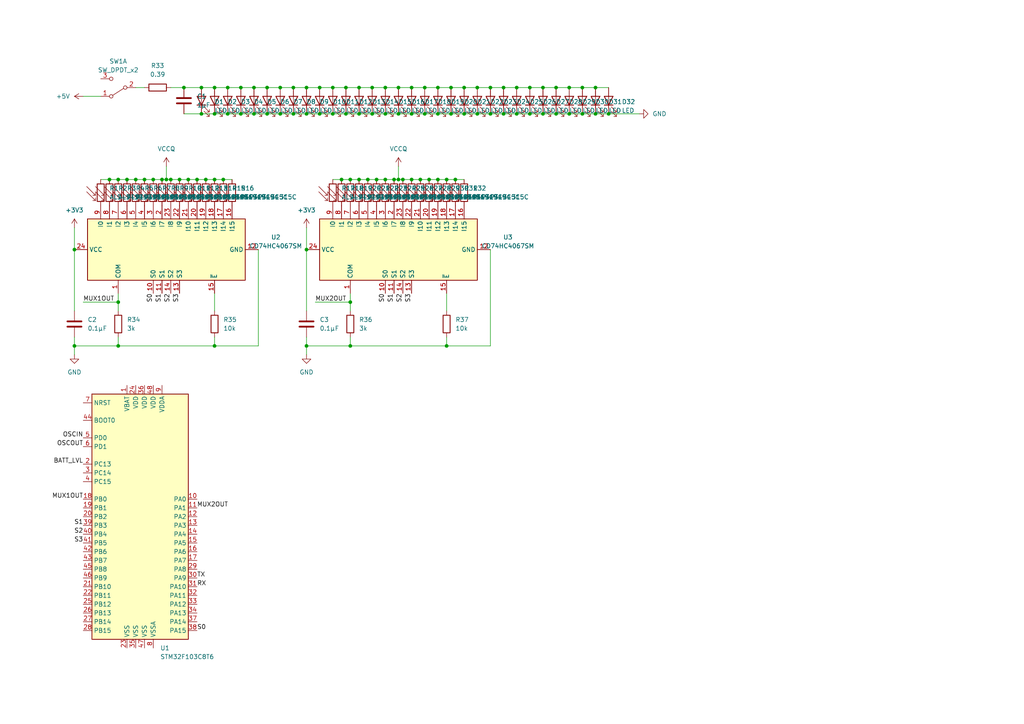
<source format=kicad_sch>
(kicad_sch (version 20211123) (generator eeschema)
  (paper "A4")
  (title_block (title "layer 1 schematic drawing") (date "2022-12-02") (rev "v0.1") (company "8076 robotics"))
  (lib_symbols
    (symbol "74xx:CD74HC4067SM"
      (property "Reference" "U" (at -8.89 22.86 0))
      (property "Value" "CD74HC4067SM" (at 1.27 22.86 0))
      (symbol "CD74HC4067SM_0_1"
        (rectangle (start -8.89 21.59) (end 8.89 -24.13) (stroke (width 0.254)) (fill (type background)))
      )
      (symbol "CD74HC4067SM_1_1"
        (pin passive line (at -12.7 12.7 0) (length 3.81) (name "COM") (number "1"))
        (pin input line (at -12.7 2.54 0) (length 3.81) (name "S0") (number "10"))
        (pin input line (at -12.7 0 0) (length 3.81) (name "S1") (number "11"))
        (pin power_in line (at 0 -27.94 90) (length 3.81) (name "GND") (number "12"))
        (pin input line (at -12.7 -5.08 0) (length 3.81) (name "S3") (number "13"))
        (pin input line (at -12.7 -2.54 0) (length 3.81) (name "S2") (number "14"))
        (pin input line (at -12.7 -15.24 0) (length 3.81) (name "~{E}") (number "15"))
        (pin passive line (at 12.7 -20.32 180) (length 3.81) (name "I15") (number "16"))
        (pin passive line (at 12.7 -17.78 180) (length 3.81) (name "I14") (number "17"))
        (pin passive line (at 12.7 -15.24 180) (length 3.81) (name "I13") (number "18"))
        (pin passive line (at 12.7 -12.7 180) (length 3.81) (name "I12") (number "19"))
        (pin passive line (at 12.7 0 180) (length 3.81) (name "I7") (number "2"))
        (pin passive line (at 12.7 -10.16 180) (length 3.81) (name "I11") (number "20"))
        (pin passive line (at 12.7 -7.62 180) (length 3.81) (name "I10") (number "21"))
        (pin passive line (at 12.7 -5.08 180) (length 3.81) (name "I9") (number "22"))
        (pin passive line (at 12.7 -2.54 180) (length 3.81) (name "I8") (number "23"))
        (pin power_in line (at 0 25.4 270) (length 3.81) (name "VCC") (number "24"))
        (pin passive line (at 12.7 2.54 180) (length 3.81) (name "I6") (number "3"))
        (pin passive line (at 12.7 5.08 180) (length 3.81) (name "I5") (number "4"))
        (pin passive line (at 12.7 7.62 180) (length 3.81) (name "I4") (number "5"))
        (pin passive line (at 12.7 10.16 180) (length 3.81) (name "I3") (number "6"))
        (pin passive line (at 12.7 12.7 180) (length 3.81) (name "I2") (number "7"))
        (pin passive line (at 12.7 15.24 180) (length 3.81) (name "I1") (number "8"))
        (pin passive line (at 12.7 17.78 180) (length 3.81) (name "I0") (number "9"))
      )
    )
    (symbol "Device:C" (pin_numbers hide) (pin_names (offset 0.254))
      (property "Reference" "C" (at 0.635 2.54 0))
      (property "Value" "C" (at 0.635 -2.54 0))
      (symbol "C_0_1"
        (polyline (pts (xy -2.032 -0.762) (xy 2.032 -0.762)) (stroke (width 0.508)))
        (polyline (pts (xy -2.032 0.762) (xy 2.032 0.762)) (stroke (width 0.508)))
      )
      (symbol "C_1_1"
        (pin passive line (at 0 3.81 270) (length 2.794) (name "~") (number "1"))
        (pin passive line (at 0 -3.81 90) (length 2.794) (name "~") (number "2"))
      )
    )
    (symbol "Device:LED" (pin_numbers hide) (pin_names (offset 1.016) hide)
      (property "Reference" "D" (at 0 2.54 0))
      (property "Value" "LED" (at 0 -2.54 0))
      (symbol "LED_0_1"
        (polyline (pts (xy -1.27 -1.27) (xy -1.27 1.27)) (stroke (width 0.254)))
        (polyline (pts (xy -1.27 0) (xy 1.27 0)))
        (polyline (pts (xy 1.27 -1.27) (xy 1.27 1.27) (xy -1.27 0) (xy 1.27 -1.27)) (stroke (width 0.254)))
        (polyline (pts (xy -3.048 -0.762) (xy -4.572 -2.286) (xy -3.81 -2.286) (xy -4.572 -2.286) (xy -4.572 -1.524)))
        (polyline (pts (xy -1.778 -0.762) (xy -3.302 -2.286) (xy -2.54 -2.286) (xy -3.302 -2.286) (xy -3.302 -1.524)))
      )
      (symbol "LED_1_1"
        (pin passive line (at -3.81 0 0) (length 2.54) (name "K") (number "1"))
        (pin passive line (at 3.81 0 180) (length 2.54) (name "A") (number "2"))
      )
    )
    (symbol "Device:R" (pin_numbers hide) (pin_names (offset 0))
      (property "Reference" "R" (at 2.032 0 90))
      (property "Value" "R" (at 0 0 90))
      (symbol "R_0_1"
        (rectangle (start -1.016 -2.54) (end 1.016 2.54) (stroke (width 0.254)))
      )
      (symbol "R_1_1"
        (pin passive line (at 0 3.81 270) (length 1.27) (name "~") (number "1"))
        (pin passive line (at 0 -3.81 90) (length 1.27) (name "~") (number "2"))
      )
    )
    (symbol "Device:R_Photo" (pin_numbers hide) (pin_names (offset 0))
      (property "Reference" "R" (at 1.27 1.27 0))
      (property "Value" "R_Photo" (at 1.27 0 0))
      (symbol "R_Photo_0_1"
        (rectangle (start -1.016 2.54) (end 1.016 -2.54) (stroke (width 0.254)))
        (polyline (pts (xy -1.524 -2.286) (xy -4.064 0.254)))
        (polyline (pts (xy -1.524 -2.286) (xy -2.286 -2.286)))
        (polyline (pts (xy -1.524 -2.286) (xy -1.524 -1.524)))
        (polyline (pts (xy -1.524 -0.762) (xy -4.064 1.778)))
        (polyline (pts (xy -1.524 -0.762) (xy -2.286 -0.762)))
        (polyline (pts (xy -1.524 -0.762) (xy -1.524 0)))
      )
      (symbol "R_Photo_1_1"
        (pin passive line (at 0 3.81 270) (length 1.27) (name "~") (number "1"))
        (pin passive line (at 0 -3.81 90) (length 1.27) (name "~") (number "2"))
      )
    )
    (symbol "MCU_ST_STM32F1:STM32F103C8Tx"
      (property "Reference" "U" (at -15.24 36.83 0))
      (property "Value" "STM32F103C8Tx" (at 7.62 36.83 0))
      (symbol "STM32F103C8Tx_0_1"
        (rectangle (start -15.24 -35.56) (end 12.7 35.56) (stroke (width 0.254)) (fill (type background)))
      )
      (symbol "STM32F103C8Tx_1_1"
        (pin power_in line (at -5.08 38.1 270) (length 2.54) (name "VBAT") (number "1"))
        (pin bidirectional line (at 15.24 5.08 180) (length 2.54) (name "PA0") (number "10"))
        (pin bidirectional line (at 15.24 2.54 180) (length 2.54) (name "PA1") (number "11"))
        (pin bidirectional line (at 15.24 0 180) (length 2.54) (name "PA2") (number "12"))
        (pin bidirectional line (at 15.24 -2.54 180) (length 2.54) (name "PA3") (number "13"))
        (pin bidirectional line (at 15.24 -5.08 180) (length 2.54) (name "PA4") (number "14"))
        (pin bidirectional line (at 15.24 -7.62 180) (length 2.54) (name "PA5") (number "15"))
        (pin bidirectional line (at 15.24 -10.16 180) (length 2.54) (name "PA6") (number "16"))
        (pin bidirectional line (at 15.24 -12.7 180) (length 2.54) (name "PA7") (number "17"))
        (pin bidirectional line (at -17.78 5.08 0) (length 2.54) (name "PB0") (number "18"))
        (pin bidirectional line (at -17.78 2.54 0) (length 2.54) (name "PB1") (number "19"))
        (pin bidirectional line (at -17.78 15.24 0) (length 2.54) (name "PC13") (number "2"))
        (pin bidirectional line (at -17.78 0 0) (length 2.54) (name "PB2") (number "20"))
        (pin bidirectional line (at -17.78 -20.32 0) (length 2.54) (name "PB10") (number "21"))
        (pin bidirectional line (at -17.78 -22.86 0) (length 2.54) (name "PB11") (number "22"))
        (pin power_in line (at -5.08 -38.1 90) (length 2.54) (name "VSS") (number "23"))
        (pin power_in line (at -2.54 38.1 270) (length 2.54) (name "VDD") (number "24"))
        (pin bidirectional line (at -17.78 -25.4 0) (length 2.54) (name "PB12") (number "25"))
        (pin bidirectional line (at -17.78 -27.94 0) (length 2.54) (name "PB13") (number "26"))
        (pin bidirectional line (at -17.78 -30.48 0) (length 2.54) (name "PB14") (number "27"))
        (pin bidirectional line (at -17.78 -33.02 0) (length 2.54) (name "PB15") (number "28"))
        (pin bidirectional line (at 15.24 -15.24 180) (length 2.54) (name "PA8") (number "29"))
        (pin bidirectional line (at -17.78 12.7 0) (length 2.54) (name "PC14") (number "3"))
        (pin bidirectional line (at 15.24 -17.78 180) (length 2.54) (name "PA9") (number "30"))
        (pin bidirectional line (at 15.24 -20.32 180) (length 2.54) (name "PA10") (number "31"))
        (pin bidirectional line (at 15.24 -22.86 180) (length 2.54) (name "PA11") (number "32"))
        (pin bidirectional line (at 15.24 -25.4 180) (length 2.54) (name "PA12") (number "33"))
        (pin bidirectional line (at 15.24 -27.94 180) (length 2.54) (name "PA13") (number "34"))
        (pin power_in line (at -2.54 -38.1 90) (length 2.54) (name "VSS") (number "35"))
        (pin power_in line (at 0 38.1 270) (length 2.54) (name "VDD") (number "36"))
        (pin bidirectional line (at 15.24 -30.48 180) (length 2.54) (name "PA14") (number "37"))
        (pin bidirectional line (at 15.24 -33.02 180) (length 2.54) (name "PA15") (number "38"))
        (pin bidirectional line (at -17.78 -2.54 0) (length 2.54) (name "PB3") (number "39"))
        (pin bidirectional line (at -17.78 10.16 0) (length 2.54) (name "PC15") (number "4"))
        (pin bidirectional line (at -17.78 -5.08 0) (length 2.54) (name "PB4") (number "40"))
        (pin bidirectional line (at -17.78 -7.62 0) (length 2.54) (name "PB5") (number "41"))
        (pin bidirectional line (at -17.78 -10.16 0) (length 2.54) (name "PB6") (number "42"))
        (pin bidirectional line (at -17.78 -12.7 0) (length 2.54) (name "PB7") (number "43"))
        (pin input line (at -17.78 27.94 0) (length 2.54) (name "BOOT0") (number "44"))
        (pin bidirectional line (at -17.78 -15.24 0) (length 2.54) (name "PB8") (number "45"))
        (pin bidirectional line (at -17.78 -17.78 0) (length 2.54) (name "PB9") (number "46"))
        (pin power_in line (at 0 -38.1 90) (length 2.54) (name "VSS") (number "47"))
        (pin power_in line (at 2.54 38.1 270) (length 2.54) (name "VDD") (number "48"))
        (pin input line (at -17.78 22.86 0) (length 2.54) (name "PD0") (number "5"))
        (pin input line (at -17.78 20.32 0) (length 2.54) (name "PD1") (number "6"))
        (pin input line (at -17.78 33.02 0) (length 2.54) (name "NRST") (number "7"))
        (pin power_in line (at 2.54 -38.1 90) (length 2.54) (name "VSSA") (number "8"))
        (pin power_in line (at 5.08 38.1 270) (length 2.54) (name "VDDA") (number "9"))
      )
    )
    (symbol "Switch:SW_DPDT_x2" (pin_names (offset 0) hide)
      (property "Reference" "SW" (at 0 4.318 0))
      (property "Value" "SW_DPDT_x2" (at 0 -5.08 0))
      (symbol "SW_DPDT_x2_0_0"
        (circle (center -2.032 0) (radius 0.508))
        (circle (center 2.032 -2.54) (radius 0.508))
      )
      (symbol "SW_DPDT_x2_0_1"
        (polyline (pts (xy -1.524 0.254) (xy 1.651 2.286)))
        (circle (center 2.032 2.54) (radius 0.508))
      )
      (symbol "SW_DPDT_x2_1_1"
        (pin passive line (at 5.08 2.54 180) (length 2.54) (name "A") (number "1"))
        (pin passive line (at -5.08 0 0) (length 2.54) (name "B") (number "2"))
        (pin passive line (at 5.08 -2.54 180) (length 2.54) (name "C") (number "3"))
      )
      (symbol "SW_DPDT_x2_2_1"
        (pin passive line (at 5.08 2.54 180) (length 2.54) (name "A") (number "4"))
        (pin passive line (at -5.08 0 0) (length 2.54) (name "B") (number "5"))
        (pin passive line (at 5.08 -2.54 180) (length 2.54) (name "C") (number "6"))
      )
    )
    (symbol "power:+3V3" (power) (pin_names (offset 0))
      (property "Value" "+3V3" (at 0 3.556 0))
      (symbol "+3V3_0_1"
        (polyline (pts (xy -0.762 1.27) (xy 0 2.54)))
        (polyline (pts (xy 0 0) (xy 0 2.54)))
        (polyline (pts (xy 0 2.54) (xy 0.762 1.27)))
      )
      (symbol "+3V3_1_1"
        (pin power_in line (at 0 0 90) (length 0) hide (name "+3V3") (number "1"))
      )
    )
    (symbol "power:+5V" (power) (pin_names (offset 0))
      (property "Value" "+5V" (at 0 3.556 0))
      (symbol "+5V_0_1"
        (polyline (pts (xy -0.762 1.27) (xy 0 2.54)))
        (polyline (pts (xy 0 0) (xy 0 2.54)))
        (polyline (pts (xy 0 2.54) (xy 0.762 1.27)))
      )
      (symbol "+5V_1_1"
        (pin power_in line (at 0 0 90) (length 0) hide (name "+5V") (number "1"))
      )
    )
    (symbol "power:GND" (power) (pin_names (offset 0))
      (property "Value" "GND" (at 0 -3.81 0))
      (symbol "GND_0_1"
        (polyline (pts (xy 0 0) (xy 0 -1.27) (xy 1.27 -1.27) (xy 0 -2.54) (xy -1.27 -1.27) (xy 0 -1.27)))
      )
      (symbol "GND_1_1"
        (pin power_in line (at 0 0 270) (length 0) hide (name "GND") (number "1"))
      )
    )
    (symbol "power:VCCQ" (power) (pin_names (offset 0))
      (property "Value" "VCCQ" (at 0 3.81 0))
      (symbol "VCCQ_0_1"
        (polyline (pts (xy -0.762 1.27) (xy 0 2.54)))
        (polyline (pts (xy 0 0) (xy 0 2.54)))
        (polyline (pts (xy 0 2.54) (xy 0.762 1.27)))
      )
      (symbol "VCCQ_1_1"
        (pin power_in line (at 0 0 90) (length 0) hide (name "VCCQ") (number "1"))
      )
    )
  )
  (junction (at 165.1 25.4))
  (junction (at 99.06 52.07))
  (junction (at 49.53 52.07))
  (junction (at 62.23 33.02))
  (junction (at 88.9 25.4))
  (junction (at 107.95 25.4))
  (junction (at 73.66 33.02))
  (junction (at 101.6 87.63))
  (junction (at 127 33.02))
  (junction (at 153.67 33.02))
  (junction (at 149.86 33.02))
  (junction (at 115.57 33.02))
  (junction (at 119.38 25.4))
  (junction (at 52.07 52.07))
  (junction (at 54.61 52.07))
  (junction (at 62.23 100.33))
  (junction (at 39.37 52.07))
  (junction (at 172.72 25.4))
  (junction (at 53.34 25.4))
  (junction (at 168.91 33.02))
  (junction (at 34.29 100.33))
  (junction (at 142.24 33.02))
  (junction (at 88.9 100.33))
  (junction (at 31.75 52.07))
  (junction (at 132.08 52.07))
  (junction (at 146.05 25.4))
  (junction (at 100.33 25.4))
  (junction (at 104.14 52.07))
  (junction (at 153.67 25.4))
  (junction (at 142.24 25.4))
  (junction (at 123.19 33.02))
  (junction (at 58.42 25.4))
  (junction (at 123.19 25.4))
  (junction (at 106.68 52.07))
  (junction (at 101.6 52.07))
  (junction (at 111.76 52.07))
  (junction (at 85.09 25.4))
  (junction (at 115.57 52.07))
  (junction (at 66.04 33.02))
  (junction (at 119.38 52.07))
  (junction (at 46.99 52.07))
  (junction (at 104.14 25.4))
  (junction (at 129.54 100.33))
  (junction (at 92.71 33.02))
  (junction (at 62.23 25.4))
  (junction (at 21.59 100.33))
  (junction (at 107.95 33.02))
  (junction (at 88.9 33.02))
  (junction (at 176.53 33.02))
  (junction (at 134.62 25.4))
  (junction (at 138.43 33.02))
  (junction (at 138.43 25.4))
  (junction (at 161.29 33.02))
  (junction (at 114.3 52.07))
  (junction (at 34.29 52.07))
  (junction (at 59.69 52.07))
  (junction (at 36.83 52.07))
  (junction (at 48.26 52.07))
  (junction (at 41.91 52.07))
  (junction (at 92.71 25.4))
  (junction (at 34.29 87.63))
  (junction (at 62.23 52.07))
  (junction (at 157.48 25.4))
  (junction (at 130.81 25.4))
  (junction (at 77.47 25.4))
  (junction (at 96.52 33.02))
  (junction (at 134.62 33.02))
  (junction (at 161.29 25.4))
  (junction (at 100.33 33.02))
  (junction (at 121.92 52.07))
  (junction (at 157.48 33.02))
  (junction (at 127 52.07))
  (junction (at 81.28 33.02))
  (junction (at 81.28 25.4))
  (junction (at 96.52 25.4))
  (junction (at 127 25.4))
  (junction (at 165.1 33.02))
  (junction (at 66.04 25.4))
  (junction (at 69.85 33.02))
  (junction (at 168.91 25.4))
  (junction (at 109.22 52.07))
  (junction (at 85.09 33.02))
  (junction (at 69.85 25.4))
  (junction (at 124.46 52.07))
  (junction (at 77.47 33.02))
  (junction (at 73.66 25.4))
  (junction (at 119.38 33.02))
  (junction (at 111.76 25.4))
  (junction (at 21.59 72.39))
  (junction (at 104.14 33.02))
  (junction (at 129.54 52.07))
  (junction (at 116.84 52.07))
  (junction (at 64.77 52.07))
  (junction (at 88.9 72.39))
  (junction (at 44.45 52.07))
  (junction (at 115.57 25.4))
  (junction (at 101.6 100.33))
  (junction (at 146.05 33.02))
  (junction (at 172.72 33.02))
  (junction (at 130.81 33.02))
  (junction (at 149.86 25.4))
  (junction (at 111.76 33.02))
  (junction (at 57.15 52.07))
  (junction (at 58.42 33.02))
  (wire (pts (xy 21.59 72.39) (xy 21.59 90.17)))
  (wire (pts (xy 123.19 25.4) (xy 127 25.4)))
  (wire (pts (xy 99.06 52.07) (xy 101.6 52.07)))
  (wire (pts (xy 62.23 33.02) (xy 66.04 33.02)))
  (wire (pts (xy 52.07 52.07) (xy 54.61 52.07)))
  (wire (pts (xy 88.9 72.39) (xy 88.9 90.17)))
  (wire (pts (xy 111.76 52.07) (xy 114.3 52.07)))
  (wire (pts (xy 104.14 33.02) (xy 107.95 33.02)))
  (wire (pts (xy 142.24 25.4) (xy 146.05 25.4)))
  (wire (pts (xy 48.26 48.26) (xy 48.26 52.07)))
  (wire (pts (xy 109.22 52.07) (xy 111.76 52.07)))
  (wire (pts (xy 59.69 52.07) (xy 62.23 52.07)))
  (wire (pts (xy 153.67 33.02) (xy 157.48 33.02)))
  (wire (pts (xy 119.38 25.4) (xy 123.19 25.4)))
  (wire (pts (xy 121.92 52.07) (xy 124.46 52.07)))
  (wire (pts (xy 134.62 25.4) (xy 138.43 25.4)))
  (wire (pts (xy 124.46 52.07) (xy 127 52.07)))
  (wire (pts (xy 172.72 33.02) (xy 176.53 33.02)))
  (wire (pts (xy 85.09 33.02) (xy 88.9 33.02)))
  (wire (pts (xy 142.24 33.02) (xy 146.05 33.02)))
  (wire (pts (xy 88.9 97.79) (xy 88.9 100.33)))
  (wire (pts (xy 100.33 33.02) (xy 104.14 33.02)))
  (wire (pts (xy 115.57 48.26) (xy 115.57 52.07)))
  (wire (pts (xy 138.43 33.02) (xy 142.24 33.02)))
  (wire (pts (xy 29.21 52.07) (xy 31.75 52.07)))
  (wire (pts (xy 172.72 25.4) (xy 176.53 25.4)))
  (wire (pts (xy 149.86 33.02) (xy 153.67 33.02)))
  (wire (pts (xy 127 25.4) (xy 130.81 25.4)))
  (wire (pts (xy 24.13 87.63) (xy 34.29 87.63)))
  (wire (pts (xy 62.23 52.07) (xy 64.77 52.07)))
  (wire (pts (xy 66.04 33.02) (xy 69.85 33.02)))
  (wire (pts (xy 88.9 66.04) (xy 88.9 72.39)))
  (wire (pts (xy 176.53 33.02) (xy 185.42 33.02)))
  (wire (pts (xy 31.75 52.07) (xy 34.29 52.07)))
  (wire (pts (xy 142.24 100.33) (xy 129.54 100.33)))
  (wire (pts (xy 129.54 97.79) (xy 129.54 100.33)))
  (wire (pts (xy 161.29 25.4) (xy 165.1 25.4)))
  (wire (pts (xy 69.85 25.4) (xy 73.66 25.4)))
  (wire (pts (xy 88.9 33.02) (xy 92.71 33.02)))
  (wire (pts (xy 130.81 25.4) (xy 134.62 25.4)))
  (wire (pts (xy 132.08 52.07) (xy 134.62 52.07)))
  (wire (pts (xy 39.37 25.4) (xy 41.91 25.4)))
  (wire (pts (xy 92.71 33.02) (xy 96.52 33.02)))
  (wire (pts (xy 44.45 52.07) (xy 46.99 52.07)))
  (wire (pts (xy 104.14 52.07) (xy 106.68 52.07)))
  (wire (pts (xy 101.6 85.09) (xy 101.6 87.63)))
  (wire (pts (xy 73.66 33.02) (xy 77.47 33.02)))
  (wire (pts (xy 165.1 33.02) (xy 168.91 33.02)))
  (wire (pts (xy 101.6 97.79) (xy 101.6 100.33)))
  (wire (pts (xy 62.23 85.09) (xy 62.23 90.17)))
  (wire (pts (xy 41.91 52.07) (xy 44.45 52.07)))
  (wire (pts (xy 88.9 100.33) (xy 88.9 102.87)))
  (wire (pts (xy 49.53 25.4) (xy 53.34 25.4)))
  (wire (pts (xy 115.57 33.02) (xy 119.38 33.02)))
  (wire (pts (xy 39.37 52.07) (xy 41.91 52.07)))
  (wire (pts (xy 54.61 52.07) (xy 57.15 52.07)))
  (wire (pts (xy 146.05 33.02) (xy 149.86 33.02)))
  (wire (pts (xy 107.95 33.02) (xy 111.76 33.02)))
  (wire (pts (xy 165.1 25.4) (xy 168.91 25.4)))
  (wire (pts (xy 62.23 97.79) (xy 62.23 100.33)))
  (wire (pts (xy 74.93 100.33) (xy 62.23 100.33)))
  (wire (pts (xy 157.48 25.4) (xy 161.29 25.4)))
  (wire (pts (xy 21.59 100.33) (xy 21.59 102.87)))
  (wire (pts (xy 153.67 25.4) (xy 157.48 25.4)))
  (wire (pts (xy 62.23 25.4) (xy 66.04 25.4)))
  (wire (pts (xy 104.14 25.4) (xy 107.95 25.4)))
  (wire (pts (xy 66.04 25.4) (xy 69.85 25.4)))
  (wire (pts (xy 96.52 52.07) (xy 99.06 52.07)))
  (wire (pts (xy 36.83 52.07) (xy 39.37 52.07)))
  (wire (pts (xy 101.6 100.33) (xy 88.9 100.33)))
  (wire (pts (xy 106.68 52.07) (xy 109.22 52.07)))
  (wire (pts (xy 57.15 52.07) (xy 59.69 52.07)))
  (wire (pts (xy 53.34 25.4) (xy 58.42 25.4)))
  (wire (pts (xy 115.57 25.4) (xy 119.38 25.4)))
  (wire (pts (xy 96.52 33.02) (xy 100.33 33.02)))
  (wire (pts (xy 119.38 52.07) (xy 121.92 52.07)))
  (wire (pts (xy 146.05 25.4) (xy 149.86 25.4)))
  (wire (pts (xy 69.85 33.02) (xy 73.66 33.02)))
  (wire (pts (xy 100.33 25.4) (xy 104.14 25.4)))
  (wire (pts (xy 92.71 25.4) (xy 96.52 25.4)))
  (wire (pts (xy 34.29 100.33) (xy 21.59 100.33)))
  (wire (pts (xy 129.54 85.09) (xy 129.54 90.17)))
  (wire (pts (xy 157.48 33.02) (xy 161.29 33.02)))
  (wire (pts (xy 46.99 52.07) (xy 48.26 52.07)))
  (wire (pts (xy 111.76 33.02) (xy 115.57 33.02)))
  (wire (pts (xy 53.34 33.02) (xy 58.42 33.02)))
  (wire (pts (xy 129.54 52.07) (xy 132.08 52.07)))
  (wire (pts (xy 142.24 72.39) (xy 142.24 100.33)))
  (wire (pts (xy 119.38 33.02) (xy 123.19 33.02)))
  (wire (pts (xy 149.86 25.4) (xy 153.67 25.4)))
  (wire (pts (xy 111.76 25.4) (xy 115.57 25.4)))
  (wire (pts (xy 81.28 25.4) (xy 85.09 25.4)))
  (wire (pts (xy 24.13 27.94) (xy 29.21 27.94)))
  (wire (pts (xy 134.62 33.02) (xy 138.43 33.02)))
  (wire (pts (xy 107.95 25.4) (xy 111.76 25.4)))
  (wire (pts (xy 58.42 25.4) (xy 62.23 25.4)))
  (wire (pts (xy 129.54 100.33) (xy 101.6 100.33)))
  (wire (pts (xy 58.42 33.02) (xy 62.23 33.02)))
  (wire (pts (xy 101.6 52.07) (xy 104.14 52.07)))
  (wire (pts (xy 130.81 33.02) (xy 134.62 33.02)))
  (wire (pts (xy 96.52 25.4) (xy 100.33 25.4)))
  (wire (pts (xy 88.9 25.4) (xy 92.71 25.4)))
  (wire (pts (xy 127 33.02) (xy 130.81 33.02)))
  (wire (pts (xy 168.91 33.02) (xy 172.72 33.02)))
  (wire (pts (xy 49.53 52.07) (xy 52.07 52.07)))
  (wire (pts (xy 81.28 33.02) (xy 85.09 33.02)))
  (wire (pts (xy 73.66 25.4) (xy 77.47 25.4)))
  (wire (pts (xy 48.26 52.07) (xy 49.53 52.07)))
  (wire (pts (xy 115.57 52.07) (xy 116.84 52.07)))
  (wire (pts (xy 85.09 25.4) (xy 88.9 25.4)))
  (wire (pts (xy 21.59 66.04) (xy 21.59 72.39)))
  (wire (pts (xy 34.29 87.63) (xy 34.29 90.17)))
  (wire (pts (xy 168.91 25.4) (xy 172.72 25.4)))
  (wire (pts (xy 116.84 52.07) (xy 119.38 52.07)))
  (wire (pts (xy 114.3 52.07) (xy 115.57 52.07)))
  (wire (pts (xy 62.23 100.33) (xy 34.29 100.33)))
  (wire (pts (xy 101.6 87.63) (xy 101.6 90.17)))
  (wire (pts (xy 161.29 33.02) (xy 165.1 33.02)))
  (wire (pts (xy 123.19 33.02) (xy 127 33.02)))
  (wire (pts (xy 64.77 52.07) (xy 67.31 52.07)))
  (wire (pts (xy 34.29 52.07) (xy 36.83 52.07)))
  (wire (pts (xy 91.44 87.63) (xy 101.6 87.63)))
  (wire (pts (xy 77.47 33.02) (xy 81.28 33.02)))
  (wire (pts (xy 34.29 97.79) (xy 34.29 100.33)))
  (wire (pts (xy 127 52.07) (xy 129.54 52.07)))
  (wire (pts (xy 34.29 85.09) (xy 34.29 87.63)))
  (wire (pts (xy 77.47 25.4) (xy 81.28 25.4)))
  (wire (pts (xy 74.93 72.39) (xy 74.93 100.33)))
  (wire (pts (xy 138.43 25.4) (xy 142.24 25.4)))
  (wire (pts (xy 21.59 97.79) (xy 21.59 100.33)))
  (label "S3" (at 24.13 157.48 180))
  (label "MUX1OUT" (at 24.13 87.63 0))
  (label "S1" (at 24.13 152.4 180))
  (label "S0" (at 111.76 85.09 270))
  (label "RX" (at 57.15 170.18 0))
  (label "TX" (at 57.15 167.64 0))
  (label "S1" (at 114.3 85.09 270))
  (label "S2" (at 116.84 85.09 270))
  (label "S1" (at 46.99 85.09 270))
  (label "MUX2OUT" (at 57.15 147.32 0))
  (label "OSCIN" (at 24.13 127 180))
  (label "MUX2OUT" (at 91.44 87.63 0))
  (label "S3" (at 119.38 85.09 270))
  (label "MUX1OUT" (at 24.13 144.78 180))
  (label "S0" (at 57.15 182.88 0))
  (label "S3" (at 52.07 85.09 270))
  (label "S2" (at 24.13 154.94 180))
  (label "OSCOUT" (at 24.13 129.54 180))
  (label "BATT_LVL" (at 24.13 134.62 180))
  (label "S0" (at 44.45 85.09 270))
  (label "S2" (at 49.53 85.09 270))
  (symbol (lib_id "74xx:CD74HC4067SM") (at 46.99 72.39 90) (unit 1)
    (property "Reference" "U2" (at 80.01 68.8086 90))
    (property "Value" "CD74HC4067SM" (at 80.01 71.3486 90))
    (property "Footprint" "Package_SO:SSOP-24_5.3x8.2mm_P0.65mm" (effects hide))
    (property "Datasheet" "http://www.ti.com/lit/ds/symlink/cd74hc4067.pdf" (effects hide))
  )
  (symbol (lib_id "Device:LED") (at 104.14 29.21 90) (unit 1)
    (property "Reference" "D13" (at 107.95 29.5274 90) (effects (justify right)))
    (property "Value" "LED" (at 107.95 32.0674 90) (effects (justify right)))
  )
  (symbol (lib_id "Device:LED") (at 119.38 29.21 90) (unit 1)
    (property "Reference" "D17" (at 123.19 29.5274 90) (effects (justify right)))
    (property "Value" "LED" (at 123.19 32.0674 90) (effects (justify right)))
  )
  (symbol (lib_id "Device:R_Photo") (at 57.15 55.88 0) (unit 1)
    (property "Reference" "R12" (at 59.69 54.6099 0) (effects (justify left)))
    (property "Value" "ALS-PT19-315C" (at 59.69 57.1499 0) (effects (justify left)))
  )
  (symbol (lib_id "Device:LED") (at 96.52 29.21 90) (unit 1)
    (property "Reference" "D11" (at 100.33 29.5274 90) (effects (justify right)))
    (property "Value" "LED" (at 100.33 32.0674 90) (effects (justify right)))
  )
  (symbol (lib_id "Device:LED") (at 134.62 29.21 90) (unit 1)
    (property "Reference" "D21" (at 138.43 29.5274 90) (effects (justify right)))
    (property "Value" "LED" (at 138.43 32.0674 90) (effects (justify right)))
  )
  (symbol (lib_id "Device:LED") (at 142.24 29.21 90) (unit 1)
    (property "Reference" "D23" (at 146.05 29.5274 90) (effects (justify right)))
    (property "Value" "LED" (at 146.05 32.0674 90) (effects (justify right)))
  )
  (symbol (lib_id "Device:R_Photo") (at 106.68 55.88 0) (unit 1)
    (property "Reference" "R21" (at 109.22 54.6099 0) (effects (justify left)))
    (property "Value" "ALS-PT19-315C" (at 109.22 57.1499 0) (effects (justify left)))
  )
  (symbol (lib_id "Device:LED") (at 168.91 29.21 90) (unit 1)
    (property "Reference" "D30" (at 172.72 29.5274 90) (effects (justify right)))
    (property "Value" "LED" (at 172.72 32.0674 90) (effects (justify right)))
  )
  (symbol (lib_id "Device:R_Photo") (at 44.45 55.88 0) (unit 1)
    (property "Reference" "R7" (at 46.99 54.6099 0) (effects (justify left)))
    (property "Value" "ALS-PT19-315C" (at 46.99 57.1499 0) (effects (justify left)))
  )
  (symbol (lib_id "Device:R_Photo") (at 104.14 55.88 0) (unit 1)
    (property "Reference" "R20" (at 106.68 54.6099 0) (effects (justify left)))
    (property "Value" "ALS-PT19-315C" (at 106.68 57.1499 0) (effects (justify left)))
  )
  (symbol (lib_id "power:+5V") (at 24.13 27.94 90) (unit 1)
    (property "Reference" "#PWR01" (effects hide))
    (property "Value" "+5V" (at 20.32 27.9399 90) (effects (justify left)))
  )
  (symbol (lib_id "Device:R_Photo") (at 99.06 55.88 0) (unit 1)
    (property "Reference" "R18" (at 101.6 54.6099 0) (effects (justify left)))
    (property "Value" "ALS-PT19-315C" (at 101.6 57.1499 0) (effects (justify left)))
  )
  (symbol (lib_id "Device:R_Photo") (at 41.91 55.88 0) (unit 1)
    (property "Reference" "R6" (at 44.45 54.6099 0) (effects (justify left)))
    (property "Value" "ALS-PT19-315C" (at 44.45 57.1499 0) (effects (justify left)))
  )
  (symbol (lib_id "Device:LED") (at 92.71 29.21 90) (unit 1)
    (property "Reference" "D10" (at 96.52 29.5274 90) (effects (justify right)))
    (property "Value" "LED" (at 96.52 32.0674 90) (effects (justify right)))
  )
  (symbol (lib_id "Device:LED") (at 107.95 29.21 90) (unit 1)
    (property "Reference" "D14" (at 111.76 29.5274 90) (effects (justify right)))
    (property "Value" "LED" (at 111.76 32.0674 90) (effects (justify right)))
  )
  (symbol (lib_id "Device:R_Photo") (at 67.31 55.88 0) (unit 1)
    (property "Reference" "R16" (at 69.85 54.6099 0) (effects (justify left)))
    (property "Value" "ALS-PT19-315C" (at 69.85 57.1499 0) (effects (justify left)))
  )
  (symbol (lib_id "Device:LED") (at 66.04 29.21 90) (unit 1)
    (property "Reference" "D3" (at 69.85 29.5274 90) (effects (justify right)))
    (property "Value" "LED" (at 69.85 32.0674 90) (effects (justify right)))
  )
  (symbol (lib_id "Device:R") (at 62.23 93.98 0) (unit 1)
    (property "Reference" "R35" (at 64.77 92.7099 0) (effects (justify left)))
    (property "Value" "10k" (at 64.77 95.2499 0) (effects (justify left)))
  )
  (symbol (lib_id "Device:R_Photo") (at 31.75 55.88 0) (unit 1)
    (property "Reference" "R2" (at 34.29 54.6099 0) (effects (justify left)))
    (property "Value" "ALS-PT19-315C" (at 34.29 57.1499 0) (effects (justify left)))
  )
  (symbol (lib_id "Device:C") (at 88.9 93.98 0) (unit 1)
    (property "Reference" "C3" (at 92.71 92.7099 0) (effects (justify left)))
    (property "Value" "0.1μF" (at 92.71 95.2499 0) (effects (justify left)))
  )
  (symbol (lib_id "Device:R_Photo") (at 54.61 55.88 0) (unit 1)
    (property "Reference" "R11" (at 57.15 54.6099 0) (effects (justify left)))
    (property "Value" "ALS-PT19-315C" (at 57.15 57.1499 0) (effects (justify left)))
  )
  (symbol (lib_id "Device:LED") (at 62.23 29.21 90) (unit 1)
    (property "Reference" "D2" (at 66.04 29.5274 90) (effects (justify right)))
    (property "Value" "LED" (at 66.04 32.0674 90) (effects (justify right)))
  )
  (symbol (lib_id "Device:LED") (at 115.57 29.21 90) (unit 1)
    (property "Reference" "D16" (at 119.38 29.5274 90) (effects (justify right)))
    (property "Value" "LED" (at 119.38 32.0674 90) (effects (justify right)))
  )
  (symbol (lib_id "Device:LED") (at 157.48 29.21 90) (unit 1)
    (property "Reference" "D27" (at 161.29 29.5274 90) (effects (justify right)))
    (property "Value" "LED" (at 161.29 32.0674 90) (effects (justify right)))
  )
  (symbol (lib_id "power:VCCQ") (at 48.26 48.26 0) (unit 1)
    (property "Reference" "#PWR03" (effects hide))
    (property "Value" "VCCQ" (at 48.26 43.18 0))
  )
  (symbol (lib_id "Device:R_Photo") (at 132.08 55.88 0) (unit 1)
    (property "Reference" "R31" (at 134.62 54.6099 0) (effects (justify left)))
    (property "Value" "ALS-PT19-315C" (at 134.62 57.1499 0) (effects (justify left)))
  )
  (symbol (lib_id "Device:R") (at 129.54 93.98 0) (unit 1)
    (property "Reference" "R37" (at 132.08 92.7099 0) (effects (justify left)))
    (property "Value" "10k" (at 132.08 95.2499 0) (effects (justify left)))
  )
  (symbol (lib_id "Device:LED") (at 165.1 29.21 90) (unit 1)
    (property "Reference" "D29" (at 168.91 29.5274 90) (effects (justify right)))
    (property "Value" "LED" (at 168.91 32.0674 90) (effects (justify right)))
  )
  (symbol (lib_id "power:GND") (at 185.42 33.02 90) (unit 1)
    (property "Reference" "#PWR02" (effects hide))
    (property "Value" "GND" (at 189.23 33.0199 90) (effects (justify right)))
  )
  (symbol (lib_id "Device:LED") (at 69.85 29.21 90) (unit 1)
    (property "Reference" "D4" (at 73.66 29.5274 90) (effects (justify right)))
    (property "Value" "LED" (at 73.66 32.0674 90) (effects (justify right)))
  )
  (symbol (lib_id "Device:LED") (at 172.72 29.21 90) (unit 1)
    (property "Reference" "D31" (at 176.53 29.5274 90) (effects (justify right)))
    (property "Value" "LED" (at 176.53 32.0674 90) (effects (justify right)))
  )
  (symbol (lib_id "Device:LED") (at 58.42 29.21 90) (unit 1)
    (property "Reference" "D1" (at 62.23 29.5274 90) (effects (justify right)))
    (property "Value" "LED" (at 62.23 32.0674 90) (effects (justify right)))
  )
  (symbol (lib_id "Device:LED") (at 123.19 29.21 90) (unit 1)
    (property "Reference" "D18" (at 127 29.5274 90) (effects (justify right)))
    (property "Value" "LED" (at 127 32.0674 90) (effects (justify right)))
  )
  (symbol (lib_id "Device:LED") (at 81.28 29.21 90) (unit 1)
    (property "Reference" "D7" (at 85.09 29.5274 90) (effects (justify right)))
    (property "Value" "LED" (at 85.09 32.0674 90) (effects (justify right)))
  )
  (symbol (lib_id "Device:LED") (at 146.05 29.21 90) (unit 1)
    (property "Reference" "D24" (at 149.86 29.5274 90) (effects (justify right)))
    (property "Value" "LED" (at 149.86 32.0674 90) (effects (justify right)))
  )
  (symbol (lib_id "Device:R_Photo") (at 62.23 55.88 0) (unit 1)
    (property "Reference" "R14" (at 64.77 54.6099 0) (effects (justify left)))
    (property "Value" "ALS-PT19-315C" (at 64.77 57.1499 0) (effects (justify left)))
  )
  (symbol (lib_id "Device:R_Photo") (at 101.6 55.88 0) (unit 1)
    (property "Reference" "R19" (at 104.14 54.6099 0) (effects (justify left)))
    (property "Value" "ALS-PT19-315C" (at 104.14 57.1499 0) (effects (justify left)))
  )
  (symbol (lib_id "Device:R_Photo") (at 46.99 55.88 0) (unit 1)
    (property "Reference" "R8" (at 49.53 54.6099 0) (effects (justify left)))
    (property "Value" "ALS-PT19-315C" (at 49.53 57.1499 0) (effects (justify left)))
  )
  (symbol (lib_id "Device:LED") (at 73.66 29.21 90) (unit 1)
    (property "Reference" "D5" (at 77.47 29.5274 90) (effects (justify right)))
    (property "Value" "LED" (at 77.47 32.0674 90) (effects (justify right)))
  )
  (symbol (lib_id "Device:R_Photo") (at 34.29 55.88 0) (unit 1)
    (property "Reference" "R3" (at 36.83 54.6099 0) (effects (justify left)))
    (property "Value" "ALS-PT19-315C" (at 36.83 57.1499 0) (effects (justify left)))
  )
  (symbol (lib_id "Device:R_Photo") (at 129.54 55.88 0) (unit 1)
    (property "Reference" "R30" (at 132.08 54.6099 0) (effects (justify left)))
    (property "Value" "ALS-PT19-315C" (at 132.08 57.1499 0) (effects (justify left)))
  )
  (symbol (lib_id "Device:LED") (at 127 29.21 90) (unit 1)
    (property "Reference" "D19" (at 130.81 29.5274 90) (effects (justify right)))
    (property "Value" "LED" (at 130.81 32.0674 90) (effects (justify right)))
  )
  (symbol (lib_id "Device:LED") (at 111.76 29.21 90) (unit 1)
    (property "Reference" "D15" (at 115.57 29.5274 90) (effects (justify right)))
    (property "Value" "LED" (at 115.57 32.0674 90) (effects (justify right)))
  )
  (symbol (lib_id "Device:R_Photo") (at 121.92 55.88 0) (unit 1)
    (property "Reference" "R27" (at 124.46 54.6099 0) (effects (justify left)))
    (property "Value" "ALS-PT19-315C" (at 124.46 57.1499 0) (effects (justify left)))
  )
  (symbol (lib_id "Device:R_Photo") (at 39.37 55.88 0) (unit 1)
    (property "Reference" "R5" (at 41.91 54.6099 0) (effects (justify left)))
    (property "Value" "ALS-PT19-315C" (at 41.91 57.1499 0) (effects (justify left)))
  )
  (symbol (lib_id "Device:LED") (at 77.47 29.21 90) (unit 1)
    (property "Reference" "D6" (at 81.28 29.5274 90) (effects (justify right)))
    (property "Value" "LED" (at 81.28 32.0674 90) (effects (justify right)))
  )
  (symbol (lib_id "Device:R_Photo") (at 49.53 55.88 0) (unit 1)
    (property "Reference" "R9" (at 52.07 54.6099 0) (effects (justify left)))
    (property "Value" "ALS-PT19-315C" (at 52.07 57.1499 0) (effects (justify left)))
  )
  (symbol (lib_id "power:GND") (at 21.59 102.87 0) (unit 1)
    (property "Reference" "#PWR05" (effects hide))
    (property "Value" "GND" (at 21.59 107.95 0))
  )
  (symbol (lib_id "Device:LED") (at 161.29 29.21 90) (unit 1)
    (property "Reference" "D28" (at 165.1 29.5274 90) (effects (justify right)))
    (property "Value" "LED" (at 165.1 32.0674 90) (effects (justify right)))
  )
  (symbol (lib_id "power:+3V3") (at 21.59 66.04 0) (unit 1)
    (property "Reference" "#PWR04" (effects hide))
    (property "Value" "+3V3" (at 21.59 60.96 0))
  )
  (symbol (lib_id "Device:R_Photo") (at 127 55.88 0) (unit 1)
    (property "Reference" "R29" (at 129.54 54.6099 0) (effects (justify left)))
    (property "Value" "ALS-PT19-315C" (at 129.54 57.1499 0) (effects (justify left)))
  )
  (symbol (lib_id "Device:R_Photo") (at 134.62 55.88 0) (unit 1)
    (property "Reference" "R32" (at 137.16 54.6099 0) (effects (justify left)))
    (property "Value" "ALS-PT19-315C" (at 137.16 57.1499 0) (effects (justify left)))
  )
  (symbol (lib_id "Device:R") (at 101.6 93.98 0) (unit 1)
    (property "Reference" "R36" (at 104.14 92.7099 0) (effects (justify left)))
    (property "Value" "3k" (at 104.14 95.2499 0) (effects (justify left)))
  )
  (symbol (lib_id "Device:R_Photo") (at 124.46 55.88 0) (unit 1)
    (property "Reference" "R28" (at 127 54.6099 0) (effects (justify left)))
    (property "Value" "ALS-PT19-315C" (at 127 57.1499 0) (effects (justify left)))
  )
  (symbol (lib_id "Device:R_Photo") (at 111.76 55.88 0) (unit 1)
    (property "Reference" "R23" (at 114.3 54.6099 0) (effects (justify left)))
    (property "Value" "ALS-PT19-315C" (at 114.3 57.1499 0) (effects (justify left)))
  )
  (symbol (lib_id "Device:R_Photo") (at 36.83 55.88 0) (unit 1)
    (property "Reference" "R4" (at 39.37 54.6099 0) (effects (justify left)))
    (property "Value" "ALS-PT19-315C" (at 39.37 57.1499 0) (effects (justify left)))
  )
  (symbol (lib_id "Device:R_Photo") (at 114.3 55.88 0) (unit 1)
    (property "Reference" "R24" (at 116.84 54.6099 0) (effects (justify left)))
    (property "Value" "ALS-PT19-315C" (at 116.84 57.1499 0) (effects (justify left)))
  )
  (symbol (lib_id "MCU_ST_STM32F1:STM32F103C8Tx") (at 41.91 149.86 0) (unit 1)
    (property "Reference" "U1" (at 46.4694 187.96 0) (effects (justify left)))
    (property "Value" "STM32F103C8T6" (at 46.4694 190.5 0) (effects (justify left)))
    (property "Footprint" "Package_QFP:LQFP-48_7x7mm_P0.5mm" (effects hide))
    (property "Datasheet" "http://www.st.com/st-web-ui/static/active/en/resource/technical/document/datasheet/CD00161566.pdf" (effects hide))
  )
  (symbol (lib_id "power:VCCQ") (at 115.57 48.26 0) (unit 1)
    (property "Reference" "#PWR08" (effects hide))
    (property "Value" "VCCQ" (at 115.57 43.18 0))
  )
  (symbol (lib_id "Device:R_Photo") (at 119.38 55.88 0) (unit 1)
    (property "Reference" "R26" (at 121.92 54.6099 0) (effects (justify left)))
    (property "Value" "ALS-PT19-315C" (at 121.92 57.1499 0) (effects (justify left)))
  )
  (symbol (lib_id "Device:R_Photo") (at 96.52 55.88 0) (unit 1)
    (property "Reference" "R17" (at 99.06 54.6099 0) (effects (justify left)))
    (property "Value" "ALS-PT19-315C" (at 99.06 57.1499 0) (effects (justify left)))
  )
  (symbol (lib_id "Device:R_Photo") (at 109.22 55.88 0) (unit 1)
    (property "Reference" "R22" (at 111.76 54.6099 0) (effects (justify left)))
    (property "Value" "ALS-PT19-315C" (at 111.76 57.1499 0) (effects (justify left)))
  )
  (symbol (lib_id "power:+3V3") (at 88.9 66.04 0) (unit 1)
    (property "Reference" "#PWR06" (effects hide))
    (property "Value" "+3V3" (at 88.9 60.96 0))
  )
  (symbol (lib_id "power:GND") (at 88.9 102.87 0) (unit 1)
    (property "Reference" "#PWR07" (effects hide))
    (property "Value" "GND" (at 88.9 107.95 0))
  )
  (symbol (lib_id "Device:R_Photo") (at 52.07 55.88 0) (unit 1)
    (property "Reference" "R10" (at 54.61 54.6099 0) (effects (justify left)))
    (property "Value" "ALS-PT19-315C" (at 54.61 57.1499 0) (effects (justify left)))
  )
  (symbol (lib_id "Device:LED") (at 85.09 29.21 90) (unit 1)
    (property "Reference" "D8" (at 88.9 29.5274 90) (effects (justify right)))
    (property "Value" "LED" (at 88.9 32.0674 90) (effects (justify right)))
  )
  (symbol (lib_id "74xx:CD74HC4067SM") (at 114.3 72.39 90) (unit 1)
    (property "Reference" "U3" (at 147.32 68.8086 90))
    (property "Value" "CD74HC4067SM" (at 147.32 71.3486 90))
    (property "Footprint" "Package_SO:SSOP-24_5.3x8.2mm_P0.65mm" (effects hide))
    (property "Datasheet" "http://www.ti.com/lit/ds/symlink/cd74hc4067.pdf" (effects hide))
  )
  (symbol (lib_id "Device:R") (at 45.72 25.4 90) (unit 1)
    (property "Reference" "R33" (at 45.72 19.05 90))
    (property "Value" "0.39" (at 45.72 21.59 90))
  )
  (symbol (lib_id "Device:LED") (at 88.9 29.21 90) (unit 1)
    (property "Reference" "D9" (at 92.71 29.5274 90) (effects (justify right)))
    (property "Value" "LED" (at 92.71 32.0674 90) (effects (justify right)))
  )
  (symbol (lib_id "Device:LED") (at 149.86 29.21 90) (unit 1)
    (property "Reference" "D25" (at 153.67 29.5274 90) (effects (justify right)))
    (property "Value" "LED" (at 153.67 32.0674 90) (effects (justify right)))
  )
  (symbol (lib_id "Device:R_Photo") (at 59.69 55.88 0) (unit 1)
    (property "Reference" "R13" (at 62.23 54.6099 0) (effects (justify left)))
    (property "Value" "ALS-PT19-315C" (at 62.23 57.1499 0) (effects (justify left)))
  )
  (symbol (lib_id "Device:LED") (at 138.43 29.21 90) (unit 1)
    (property "Reference" "D22" (at 142.24 29.5274 90) (effects (justify right)))
    (property "Value" "LED" (at 142.24 32.0674 90) (effects (justify right)))
  )
  (symbol (lib_id "Device:C") (at 21.59 93.98 0) (unit 1)
    (property "Reference" "C2" (at 25.4 92.7099 0) (effects (justify left)))
    (property "Value" "0.1μF" (at 25.4 95.2499 0) (effects (justify left)))
  )
  (symbol (lib_id "Device:LED") (at 153.67 29.21 90) (unit 1)
    (property "Reference" "D26" (at 157.48 29.5274 90) (effects (justify right)))
    (property "Value" "LED" (at 157.48 32.0674 90) (effects (justify right)))
  )
  (symbol (lib_id "Device:LED") (at 176.53 29.21 90) (unit 1)
    (property "Reference" "D32" (at 180.34 29.5274 90) (effects (justify right)))
    (property "Value" "LED" (at 180.34 32.0674 90) (effects (justify right)))
  )
  (symbol (lib_id "Device:LED") (at 130.81 29.21 90) (unit 1)
    (property "Reference" "D20" (at 134.62 29.5274 90) (effects (justify right)))
    (property "Value" "LED" (at 134.62 32.0674 90) (effects (justify right)))
  )
  (symbol (lib_id "Device:R") (at 34.29 93.98 0) (unit 1)
    (property "Reference" "R34" (at 36.83 92.7099 0) (effects (justify left)))
    (property "Value" "3k" (at 36.83 95.2499 0) (effects (justify left)))
  )
  (symbol (lib_id "Device:C") (at 53.34 29.21 0) (unit 1)
    (property "Reference" "C1" (at 57.15 27.9399 0) (effects (justify left)))
    (property "Value" "1μF" (at 57.15 30.4799 0) (effects (justify left)))
  )
  (symbol (lib_id "Switch:SW_DPDT_x2") (at 34.29 25.4 180) (unit 1)
    (property "Reference" "SW1" (at 34.29 17.78 0))
    (property "Value" "SW_DPDT_x2" (at 34.29 20.32 0))
  )
  (symbol (lib_id "Device:R_Photo") (at 116.84 55.88 0) (unit 1)
    (property "Reference" "R25" (at 119.38 54.6099 0) (effects (justify left)))
    (property "Value" "ALS-PT19-315C" (at 119.38 57.1499 0) (effects (justify left)))
  )
  (symbol (lib_id "Device:R_Photo") (at 64.77 55.88 0) (unit 1)
    (property "Reference" "R15" (at 67.31 54.6099 0) (effects (justify left)))
    (property "Value" "ALS-PT19-315C" (at 67.31 57.1499 0) (effects (justify left)))
  )
  (symbol (lib_id "Device:R_Photo") (at 29.21 55.88 0) (unit 1)
    (property "Reference" "R1" (at 31.75 54.6099 0) (effects (justify left)))
    (property "Value" "ALS-PT19-315C" (at 31.75 57.1499 0) (effects (justify left)))
  )
  (symbol (lib_id "Device:LED") (at 100.33 29.21 90) (unit 1)
    (property "Reference" "D12" (at 104.14 29.5274 90) (effects (justify right)))
    (property "Value" "LED" (at 104.14 32.0674 90) (effects (justify right)))
  )
)
</source>
